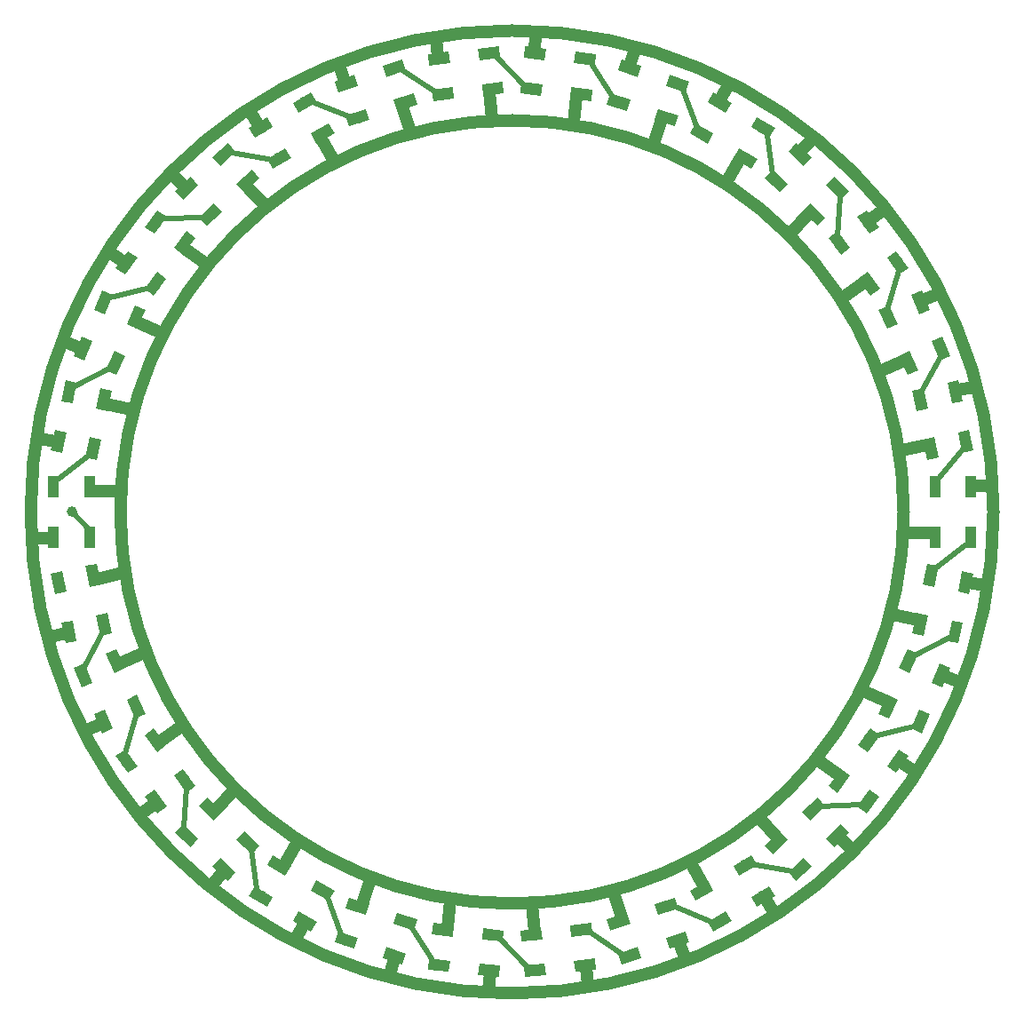
<source format=gbr>
G04 #@! TF.GenerationSoftware,KiCad,Pcbnew,5.0.2-bee76a0~70~ubuntu16.04.1*
G04 #@! TF.CreationDate,2019-03-20T11:46:08+01:00*
G04 #@! TF.ProjectId,ring,72696e67-2e6b-4696-9361-645f70636258,rev?*
G04 #@! TF.SameCoordinates,Original*
G04 #@! TF.FileFunction,Copper,L1,Top*
G04 #@! TF.FilePolarity,Positive*
%FSLAX46Y46*%
G04 Gerber Fmt 4.6, Leading zero omitted, Abs format (unit mm)*
G04 Created by KiCad (PCBNEW 5.0.2-bee76a0~70~ubuntu16.04.1) date Wed 20 Mar 2019 11:46:08 AM CET*
%MOMM*%
%LPD*%
G01*
G04 APERTURE LIST*
%ADD10C,1.200000*%
%ADD11C,0.500000*%
G04 #@! TA.AperFunction,SMDPad,CuDef*
%ADD12C,1.100000*%
G04 #@! TD*
G04 #@! TA.AperFunction,Conductor*
%ADD13C,0.100000*%
G04 #@! TD*
G04 #@! TA.AperFunction,SMDPad,CuDef*
%ADD14R,1.100000X2.000000*%
G04 #@! TD*
G04 #@! TA.AperFunction,ViaPad*
%ADD15C,1.000000*%
G04 #@! TD*
G04 #@! TA.AperFunction,Conductor*
%ADD16C,0.500000*%
G04 #@! TD*
G04 APERTURE END LIST*
D10*
X145025495Y-107014613D02*
X143558274Y-106702745D01*
X142583160Y-116222654D02*
X141212842Y-115612549D01*
X138279736Y-124721686D02*
X137066211Y-123840009D01*
X132303305Y-132140263D02*
X131299609Y-131025546D01*
X124915064Y-138154156D02*
X124165064Y-136855118D01*
X116437915Y-142500529D02*
X115974389Y-141073944D01*
X107242350Y-144989425D02*
X107085557Y-143497642D01*
X97730260Y-145512067D02*
X97887052Y-144020285D01*
X88317368Y-144045614D02*
X88780894Y-142619029D01*
X79415064Y-140654156D02*
X80165064Y-139355118D01*
X71412419Y-135485916D02*
X72416115Y-134371199D01*
X64659190Y-128766771D02*
X65872715Y-127885094D01*
X59450523Y-120790381D02*
X60820841Y-120180276D01*
X56014063Y-111905351D02*
X57481285Y-111593483D01*
X54500000Y-102500000D02*
X56000000Y-102500000D01*
X54974505Y-92985387D02*
X56441726Y-93297255D01*
X57416840Y-83777346D02*
X58787158Y-84387451D01*
X61720264Y-75278314D02*
X62933789Y-76159991D01*
X67696695Y-67859737D02*
X68700391Y-68974454D01*
X75084936Y-61845844D02*
X75834936Y-63144882D01*
X83562085Y-57499471D02*
X84025611Y-58926056D01*
X92757650Y-55010575D02*
X92914443Y-56502358D01*
X102269740Y-54487933D02*
X102112948Y-55979715D01*
X111682632Y-55954386D02*
X111219106Y-57380971D01*
X120584936Y-59345844D02*
X119834936Y-60644882D01*
X128587581Y-64514084D02*
X127583885Y-65628801D01*
X135340810Y-71233229D02*
X134127285Y-72114906D01*
X140549477Y-79209619D02*
X139179159Y-79819724D01*
X143985937Y-88094649D02*
X142518715Y-88406517D01*
D11*
X140238713Y-105485981D02*
X143307817Y-103071317D01*
X138218801Y-113732198D02*
X141722875Y-112008403D01*
X134528544Y-121378252D02*
X138314442Y-120420664D01*
X129329224Y-128089974D02*
X133231485Y-127940444D01*
X122848076Y-133574029D02*
X126696152Y-134239092D01*
X115368358Y-137590738D02*
X118994070Y-139041328D01*
X107216968Y-139964551D02*
X110461855Y-142137271D01*
X98750163Y-140591722D02*
X101472407Y-143391612D01*
X90337981Y-139444840D02*
X92418608Y-142749532D01*
X82348076Y-136574029D02*
X83696152Y-140239092D01*
X75129645Y-132104757D02*
X75686253Y-135970011D01*
X68998167Y-126232354D02*
X68738981Y-130128868D01*
X64221619Y-119213470D02*
X63157965Y-122970948D01*
X61008757Y-111354866D02*
X59187123Y-114809088D01*
X59761287Y-94514019D02*
X56692183Y-96928683D01*
X61781199Y-86267802D02*
X58277125Y-87991597D01*
X65471456Y-78621748D02*
X61685558Y-79579336D01*
X70670776Y-71910026D02*
X66768515Y-72059556D01*
X77151924Y-66425971D02*
X73303848Y-65760908D01*
X84631642Y-62409262D02*
X81005930Y-60958672D01*
X92783032Y-60035449D02*
X89538145Y-57862729D01*
X101249837Y-59408278D02*
X98527593Y-56608388D01*
X109662019Y-60555160D02*
X107581392Y-57250468D01*
X117651924Y-63425971D02*
X116303848Y-59760908D01*
X124870355Y-67895243D02*
X124313747Y-64029989D01*
X131001833Y-73767646D02*
X131261019Y-69871132D01*
X135778381Y-80786530D02*
X136842035Y-77029052D01*
X138991243Y-88645134D02*
X140812877Y-85190912D01*
D10*
X138710081Y-110272763D02*
X136264712Y-109752984D01*
X135728345Y-118096557D02*
X133444481Y-117079715D01*
X131185109Y-125129444D02*
X129162567Y-123659981D01*
X125278935Y-131064054D02*
X123606108Y-129206192D01*
X118267949Y-135641016D02*
X117017949Y-133475953D01*
X110458567Y-138660295D02*
X109686024Y-136282653D01*
X102192095Y-139989933D02*
X101930774Y-137503628D01*
X93829818Y-139571819D02*
X94091139Y-137085514D01*
X85737207Y-137424227D02*
X86509750Y-135046585D01*
X78267949Y-133641016D02*
X79517949Y-131475953D01*
X71748486Y-128387532D02*
X73421313Y-126529670D01*
X66463750Y-121893376D02*
X68486292Y-120423913D01*
X62644708Y-114442375D02*
X64928572Y-113425533D01*
X60458273Y-106360172D02*
X62903642Y-105840393D01*
X60000000Y-98000000D02*
X62500000Y-98000000D01*
X61289919Y-89727237D02*
X63735288Y-90247016D01*
X64271655Y-81903443D02*
X66555519Y-82920285D01*
X68814891Y-74870556D02*
X70837433Y-76340019D01*
X74721065Y-68935946D02*
X76393892Y-70793808D01*
X81732051Y-64358984D02*
X82982051Y-66524047D01*
X89541433Y-61339705D02*
X90313976Y-63717347D01*
X97807905Y-60010067D02*
X98069226Y-62496372D01*
X106170182Y-60428181D02*
X105908861Y-62914486D01*
X114262793Y-62575773D02*
X113490250Y-64953415D01*
X121732051Y-66358984D02*
X120482051Y-68524047D01*
X128251514Y-71612468D02*
X126578687Y-73470330D01*
X133536250Y-78106624D02*
X131513708Y-79576087D01*
X137355292Y-85557625D02*
X135071428Y-86574467D01*
X139541727Y-93639828D02*
X137096358Y-94159607D01*
X145500000Y-97500000D02*
X144000000Y-97500000D01*
X140000000Y-102000000D02*
X137500000Y-102000000D01*
D11*
X140500000Y-97000000D02*
X143000000Y-94000000D01*
D10*
X137336309Y-100000000D02*
G75*
G03X137336309Y-100000000I-37336309J0D01*
G01*
X145891176Y-100000000D02*
G75*
G03X145891176Y-100000000I-45891176J0D01*
G01*
D12*
G04 #@! TO.P,REF\002A\002A,2*
G04 #@! TO.N,N/C*
X139918336Y-106031287D03*
D13*
G04 #@! TD*
G04 #@! TO.N,N/C*
G04 #@! TO.C,REF\002A\002A*
G36*
X140664229Y-105167491D02*
X140248405Y-107123786D01*
X139172443Y-106895083D01*
X139588267Y-104938788D01*
X140664229Y-105167491D01*
X140664229Y-105167491D01*
G37*
D12*
G04 #@! TO.P,REF\002A\002A,1*
G04 #@! TO.N,N/C*
X143244038Y-106738187D03*
D13*
G04 #@! TD*
G04 #@! TO.N,N/C*
G04 #@! TO.C,REF\002A\002A*
G36*
X143989931Y-105874391D02*
X143574107Y-107830686D01*
X142498145Y-107601983D01*
X142913969Y-105645688D01*
X143989931Y-105874391D01*
X143989931Y-105874391D01*
G37*
D12*
G04 #@! TO.P,REF\002A\002A,4*
G04 #@! TO.N,N/C*
X142246062Y-111433295D03*
D13*
G04 #@! TD*
G04 #@! TO.N,N/C*
G04 #@! TO.C,REF\002A\002A*
G36*
X142991955Y-110569499D02*
X142576131Y-112525794D01*
X141500169Y-112297091D01*
X141915993Y-110340796D01*
X142991955Y-110569499D01*
X142991955Y-110569499D01*
G37*
D12*
G04 #@! TO.P,REF\002A\002A,3*
G04 #@! TO.N,N/C*
X138920360Y-110726395D03*
D13*
G04 #@! TD*
G04 #@! TO.N,N/C*
G04 #@! TO.C,REF\002A\002A*
G36*
X139666253Y-109862599D02*
X139250429Y-111818894D01*
X138174467Y-111590191D01*
X138590291Y-109633896D01*
X139666253Y-109862599D01*
X139666253Y-109862599D01*
G37*
D12*
G04 #@! TO.P,REF\002A\002A,2*
G04 #@! TO.N,N/C*
X137792050Y-114198978D03*
D13*
G04 #@! TD*
G04 #@! TO.N,N/C*
G04 #@! TO.C,REF\002A\002A*
G36*
X138701237Y-113509138D02*
X137887763Y-115336229D01*
X136882863Y-114888818D01*
X137696337Y-113061727D01*
X138701237Y-113509138D01*
X138701237Y-113509138D01*
G37*
D12*
G04 #@! TO.P,REF\002A\002A,1*
G04 #@! TO.N,N/C*
X140898104Y-115581882D03*
D13*
G04 #@! TD*
G04 #@! TO.N,N/C*
G04 #@! TO.C,REF\002A\002A*
G36*
X141807291Y-114892042D02*
X140993817Y-116719133D01*
X139988917Y-116271722D01*
X140802391Y-114444631D01*
X141807291Y-114892042D01*
X141807291Y-114892042D01*
G37*
D12*
G04 #@! TO.P,REF\002A\002A,4*
G04 #@! TO.N,N/C*
X138945768Y-119966900D03*
D13*
G04 #@! TD*
G04 #@! TO.N,N/C*
G04 #@! TO.C,REF\002A\002A*
G36*
X139854955Y-119277060D02*
X139041481Y-121104151D01*
X138036581Y-120656740D01*
X138850055Y-118829649D01*
X139854955Y-119277060D01*
X139854955Y-119277060D01*
G37*
D12*
G04 #@! TO.P,REF\002A\002A,3*
G04 #@! TO.N,N/C*
X135839714Y-118583996D03*
D13*
G04 #@! TD*
G04 #@! TO.N,N/C*
G04 #@! TO.C,REF\002A\002A*
G36*
X136748901Y-117894156D02*
X135935427Y-119721247D01*
X134930527Y-119273836D01*
X135744001Y-117446745D01*
X136748901Y-117894156D01*
X136748901Y-117894156D01*
G37*
D12*
G04 #@! TO.P,REF\002A\002A,2*
G04 #@! TO.N,N/C*
X134014070Y-121746105D03*
D13*
G04 #@! TD*
G04 #@! TO.N,N/C*
G04 #@! TO.C,REF\002A\002A*
G36*
X135046815Y-121260370D02*
X133871244Y-122878404D01*
X132981325Y-122231840D01*
X134156896Y-120613806D01*
X135046815Y-121260370D01*
X135046815Y-121260370D01*
G37*
D12*
G04 #@! TO.P,REF\002A\002A,1*
G04 #@! TO.N,N/C*
X136764727Y-123744575D03*
D13*
G04 #@! TD*
G04 #@! TO.N,N/C*
G04 #@! TO.C,REF\002A\002A*
G36*
X137797472Y-123258840D02*
X136621901Y-124876874D01*
X135731982Y-124230310D01*
X136907553Y-122612276D01*
X137797472Y-123258840D01*
X137797472Y-123258840D01*
G37*
D12*
G04 #@! TO.P,REF\002A\002A,4*
G04 #@! TO.N,N/C*
X133943358Y-127627857D03*
D13*
G04 #@! TD*
G04 #@! TO.N,N/C*
G04 #@! TO.C,REF\002A\002A*
G36*
X134976103Y-127142122D02*
X133800532Y-128760156D01*
X132910613Y-128113592D01*
X134086184Y-126495558D01*
X134976103Y-127142122D01*
X134976103Y-127142122D01*
G37*
D12*
G04 #@! TO.P,REF\002A\002A,3*
G04 #@! TO.N,N/C*
X131192701Y-125629387D03*
D13*
G04 #@! TD*
G04 #@! TO.N,N/C*
G04 #@! TO.C,REF\002A\002A*
G36*
X132225446Y-125143652D02*
X131049875Y-126761686D01*
X130159956Y-126115122D01*
X131335527Y-124497088D01*
X132225446Y-125143652D01*
X132225446Y-125143652D01*
G37*
D12*
G04 #@! TO.P,REF\002A\002A,2*
G04 #@! TO.N,N/C*
X128749511Y-128342823D03*
D13*
G04 #@! TD*
G04 #@! TO.N,N/C*
G04 #@! TO.C,REF\002A\002A*
G36*
X129860678Y-128082422D02*
X128374388Y-129420683D01*
X127638344Y-128603224D01*
X129124634Y-127264963D01*
X129860678Y-128082422D01*
X129860678Y-128082422D01*
G37*
D12*
G04 #@! TO.P,REF\002A\002A,1*
G04 #@! TO.N,N/C*
X131024555Y-130869516D03*
D13*
G04 #@! TD*
G04 #@! TO.N,N/C*
G04 #@! TO.C,REF\002A\002A*
G36*
X132135722Y-130609115D02*
X130649432Y-131947376D01*
X129913388Y-131129917D01*
X131399678Y-129791656D01*
X132135722Y-130609115D01*
X132135722Y-130609115D01*
G37*
D12*
G04 #@! TO.P,REF\002A\002A,4*
G04 #@! TO.N,N/C*
X127457459Y-134081343D03*
D13*
G04 #@! TD*
G04 #@! TO.N,N/C*
G04 #@! TO.C,REF\002A\002A*
G36*
X128568626Y-133820942D02*
X127082336Y-135159203D01*
X126346292Y-134341744D01*
X127832582Y-133003483D01*
X128568626Y-133820942D01*
X128568626Y-133820942D01*
G37*
D12*
G04 #@! TO.P,REF\002A\002A,3*
G04 #@! TO.N,N/C*
X125182415Y-131554650D03*
D13*
G04 #@! TD*
G04 #@! TO.N,N/C*
G04 #@! TO.C,REF\002A\002A*
G36*
X126293582Y-131294249D02*
X124807292Y-132632510D01*
X124071248Y-131815051D01*
X125557538Y-130476790D01*
X126293582Y-131294249D01*
X126293582Y-131294249D01*
G37*
D12*
G04 #@! TO.P,REF\002A\002A,2*
G04 #@! TO.N,N/C*
X122228461Y-133700824D03*
D13*
G04 #@! TD*
G04 #@! TO.N,N/C*
G04 #@! TO.C,REF\002A\002A*
G36*
X123369486Y-133677138D02*
X121637436Y-134677138D01*
X121087436Y-133724510D01*
X122819486Y-132724510D01*
X123369486Y-133677138D01*
X123369486Y-133677138D01*
G37*
D12*
G04 #@! TO.P,REF\002A\002A,1*
G04 #@! TO.N,N/C*
X123928461Y-136645310D03*
D13*
G04 #@! TD*
G04 #@! TO.N,N/C*
G04 #@! TO.C,REF\002A\002A*
G36*
X125069486Y-136621624D02*
X123337436Y-137621624D01*
X122787436Y-136668996D01*
X124519486Y-135668996D01*
X125069486Y-136621624D01*
X125069486Y-136621624D01*
G37*
D12*
G04 #@! TO.P,REF\002A\002A,4*
G04 #@! TO.N,N/C*
X119771539Y-139045310D03*
D13*
G04 #@! TD*
G04 #@! TO.N,N/C*
G04 #@! TO.C,REF\002A\002A*
G36*
X120912564Y-139021624D02*
X119180514Y-140021624D01*
X118630514Y-139068996D01*
X120362564Y-138068996D01*
X120912564Y-139021624D01*
X120912564Y-139021624D01*
G37*
D12*
G04 #@! TO.P,REF\002A\002A,3*
G04 #@! TO.N,N/C*
X118071539Y-136100824D03*
D13*
G04 #@! TD*
G04 #@! TO.N,N/C*
G04 #@! TO.C,REF\002A\002A*
G36*
X119212564Y-136077138D02*
X117480514Y-137077138D01*
X116930514Y-136124510D01*
X118662564Y-135124510D01*
X119212564Y-136077138D01*
X119212564Y-136077138D01*
G37*
D12*
G04 #@! TO.P,REF\002A\002A,2*
G04 #@! TO.N,N/C*
X114735921Y-137585937D03*
D13*
G04 #@! TD*
G04 #@! TO.N,N/C*
G04 #@! TO.C,REF\002A\002A*
G36*
X115856937Y-137800001D02*
X113954824Y-138418035D01*
X113614905Y-137371873D01*
X115517018Y-136753839D01*
X115856937Y-137800001D01*
X115856937Y-137800001D01*
G37*
D12*
G04 #@! TO.P,REF\002A\002A,1*
G04 #@! TO.N,N/C*
X115786579Y-140819529D03*
D13*
G04 #@! TD*
G04 #@! TO.N,N/C*
G04 #@! TO.C,REF\002A\002A*
G36*
X116907595Y-141033593D02*
X115005482Y-141651627D01*
X114665563Y-140605465D01*
X116567676Y-139987431D01*
X116907595Y-141033593D01*
X116907595Y-141033593D01*
G37*
D12*
G04 #@! TO.P,REF\002A\002A,4*
G04 #@! TO.N,N/C*
X111221507Y-142302811D03*
D13*
G04 #@! TD*
G04 #@! TO.N,N/C*
G04 #@! TO.C,REF\002A\002A*
G36*
X112342523Y-142516875D02*
X110440410Y-143134909D01*
X110100491Y-142088747D01*
X112002604Y-141470713D01*
X112342523Y-142516875D01*
X112342523Y-142516875D01*
G37*
D12*
G04 #@! TO.P,REF\002A\002A,3*
G04 #@! TO.N,N/C*
X110170849Y-139069219D03*
D13*
G04 #@! TD*
G04 #@! TO.N,N/C*
G04 #@! TO.C,REF\002A\002A*
G36*
X111291865Y-139283283D02*
X109389752Y-139901317D01*
X109049833Y-138855155D01*
X110951946Y-138237121D01*
X111291865Y-139283283D01*
X111291865Y-139283283D01*
G37*
D12*
G04 #@! TO.P,REF\002A\002A,2*
G04 #@! TO.N,N/C*
X106599349Y-139828364D03*
D13*
G04 #@! TD*
G04 #@! TO.N,N/C*
G04 #@! TO.C,REF\002A\002A*
G36*
X107651362Y-140270823D02*
X105662318Y-140479880D01*
X105547336Y-139385905D01*
X107536380Y-139176848D01*
X107651362Y-140270823D01*
X107651362Y-140270823D01*
G37*
D12*
G04 #@! TO.P,REF\002A\002A,1*
G04 #@! TO.N,N/C*
X106954746Y-143209739D03*
D13*
G04 #@! TD*
G04 #@! TO.N,N/C*
G04 #@! TO.C,REF\002A\002A*
G36*
X108006759Y-143652198D02*
X106017715Y-143861255D01*
X105902733Y-142767280D01*
X107891777Y-142558223D01*
X108006759Y-143652198D01*
X108006759Y-143652198D01*
G37*
D12*
G04 #@! TO.P,REF\002A\002A,4*
G04 #@! TO.N,N/C*
X102181041Y-143711476D03*
D13*
G04 #@! TD*
G04 #@! TO.N,N/C*
G04 #@! TO.C,REF\002A\002A*
G36*
X103233054Y-144153935D02*
X101244010Y-144362992D01*
X101129028Y-143269017D01*
X103118072Y-143059960D01*
X103233054Y-144153935D01*
X103233054Y-144153935D01*
G37*
D12*
G04 #@! TO.P,REF\002A\002A,3*
G04 #@! TO.N,N/C*
X101825644Y-140330101D03*
D13*
G04 #@! TD*
G04 #@! TO.N,N/C*
G04 #@! TO.C,REF\002A\002A*
G36*
X102877657Y-140772560D02*
X100888613Y-140981617D01*
X100773631Y-139887642D01*
X102762675Y-139678585D01*
X102877657Y-140772560D01*
X102877657Y-140772560D01*
G37*
D12*
G04 #@! TO.P,REF\002A\002A,2*
G04 #@! TO.N,N/C*
X98174356Y-140330101D03*
D13*
G04 #@! TD*
G04 #@! TO.N,N/C*
G04 #@! TO.C,REF\002A\002A*
G36*
X99111387Y-140981617D02*
X97122343Y-140772560D01*
X97237325Y-139678585D01*
X99226369Y-139887642D01*
X99111387Y-140981617D01*
X99111387Y-140981617D01*
G37*
D12*
G04 #@! TO.P,REF\002A\002A,1*
G04 #@! TO.N,N/C*
X97818959Y-143711476D03*
D13*
G04 #@! TD*
G04 #@! TO.N,N/C*
G04 #@! TO.C,REF\002A\002A*
G36*
X98755990Y-144362992D02*
X96766946Y-144153935D01*
X96881928Y-143059960D01*
X98870972Y-143269017D01*
X98755990Y-144362992D01*
X98755990Y-144362992D01*
G37*
D12*
G04 #@! TO.P,REF\002A\002A,4*
G04 #@! TO.N,N/C*
X93045254Y-143209739D03*
D13*
G04 #@! TD*
G04 #@! TO.N,N/C*
G04 #@! TO.C,REF\002A\002A*
G36*
X93982285Y-143861255D02*
X91993241Y-143652198D01*
X92108223Y-142558223D01*
X94097267Y-142767280D01*
X93982285Y-143861255D01*
X93982285Y-143861255D01*
G37*
D12*
G04 #@! TO.P,REF\002A\002A,3*
G04 #@! TO.N,N/C*
X93400651Y-139828364D03*
D13*
G04 #@! TD*
G04 #@! TO.N,N/C*
G04 #@! TO.C,REF\002A\002A*
G36*
X94337682Y-140479880D02*
X92348638Y-140270823D01*
X92463620Y-139176848D01*
X94452664Y-139385905D01*
X94337682Y-140479880D01*
X94337682Y-140479880D01*
G37*
D12*
G04 #@! TO.P,REF\002A\002A,2*
G04 #@! TO.N,N/C*
X89829151Y-139069219D03*
D13*
G04 #@! TD*
G04 #@! TO.N,N/C*
G04 #@! TO.C,REF\002A\002A*
G36*
X90610248Y-139901317D02*
X88708135Y-139283283D01*
X89048054Y-138237121D01*
X90950167Y-138855155D01*
X90610248Y-139901317D01*
X90610248Y-139901317D01*
G37*
D12*
G04 #@! TO.P,REF\002A\002A,1*
G04 #@! TO.N,N/C*
X88778493Y-142302811D03*
D13*
G04 #@! TD*
G04 #@! TO.N,N/C*
G04 #@! TO.C,REF\002A\002A*
G36*
X89559590Y-143134909D02*
X87657477Y-142516875D01*
X87997396Y-141470713D01*
X89899509Y-142088747D01*
X89559590Y-143134909D01*
X89559590Y-143134909D01*
G37*
D12*
G04 #@! TO.P,REF\002A\002A,4*
G04 #@! TO.N,N/C*
X84213421Y-140819529D03*
D13*
G04 #@! TD*
G04 #@! TO.N,N/C*
G04 #@! TO.C,REF\002A\002A*
G36*
X84994518Y-141651627D02*
X83092405Y-141033593D01*
X83432324Y-139987431D01*
X85334437Y-140605465D01*
X84994518Y-141651627D01*
X84994518Y-141651627D01*
G37*
D12*
G04 #@! TO.P,REF\002A\002A,3*
G04 #@! TO.N,N/C*
X85264079Y-137585937D03*
D13*
G04 #@! TD*
G04 #@! TO.N,N/C*
G04 #@! TO.C,REF\002A\002A*
G36*
X86045176Y-138418035D02*
X84143063Y-137800001D01*
X84482982Y-136753839D01*
X86385095Y-137371873D01*
X86045176Y-138418035D01*
X86045176Y-138418035D01*
G37*
D12*
G04 #@! TO.P,REF\002A\002A,2*
G04 #@! TO.N,N/C*
X81928461Y-136100824D03*
D13*
G04 #@! TD*
G04 #@! TO.N,N/C*
G04 #@! TO.C,REF\002A\002A*
G36*
X82519486Y-137077138D02*
X80787436Y-136077138D01*
X81337436Y-135124510D01*
X83069486Y-136124510D01*
X82519486Y-137077138D01*
X82519486Y-137077138D01*
G37*
D12*
G04 #@! TO.P,REF\002A\002A,1*
G04 #@! TO.N,N/C*
X80228461Y-139045310D03*
D13*
G04 #@! TD*
G04 #@! TO.N,N/C*
G04 #@! TO.C,REF\002A\002A*
G36*
X80819486Y-140021624D02*
X79087436Y-139021624D01*
X79637436Y-138068996D01*
X81369486Y-139068996D01*
X80819486Y-140021624D01*
X80819486Y-140021624D01*
G37*
D12*
G04 #@! TO.P,REF\002A\002A,4*
G04 #@! TO.N,N/C*
X76071539Y-136645310D03*
D13*
G04 #@! TD*
G04 #@! TO.N,N/C*
G04 #@! TO.C,REF\002A\002A*
G36*
X76662564Y-137621624D02*
X74930514Y-136621624D01*
X75480514Y-135668996D01*
X77212564Y-136668996D01*
X76662564Y-137621624D01*
X76662564Y-137621624D01*
G37*
D12*
G04 #@! TO.P,REF\002A\002A,3*
G04 #@! TO.N,N/C*
X77771539Y-133700824D03*
D13*
G04 #@! TD*
G04 #@! TO.N,N/C*
G04 #@! TO.C,REF\002A\002A*
G36*
X78362564Y-134677138D02*
X76630514Y-133677138D01*
X77180514Y-132724510D01*
X78912564Y-133724510D01*
X78362564Y-134677138D01*
X78362564Y-134677138D01*
G37*
D12*
G04 #@! TO.P,REF\002A\002A,2*
G04 #@! TO.N,N/C*
X74817585Y-131554650D03*
D13*
G04 #@! TD*
G04 #@! TO.N,N/C*
G04 #@! TO.C,REF\002A\002A*
G36*
X75192708Y-132632510D02*
X73706418Y-131294249D01*
X74442462Y-130476790D01*
X75928752Y-131815051D01*
X75192708Y-132632510D01*
X75192708Y-132632510D01*
G37*
D12*
G04 #@! TO.P,REF\002A\002A,1*
G04 #@! TO.N,N/C*
X72542541Y-134081343D03*
D13*
G04 #@! TD*
G04 #@! TO.N,N/C*
G04 #@! TO.C,REF\002A\002A*
G36*
X72917664Y-135159203D02*
X71431374Y-133820942D01*
X72167418Y-133003483D01*
X73653708Y-134341744D01*
X72917664Y-135159203D01*
X72917664Y-135159203D01*
G37*
D12*
G04 #@! TO.P,REF\002A\002A,4*
G04 #@! TO.N,N/C*
X68975445Y-130869516D03*
D13*
G04 #@! TD*
G04 #@! TO.N,N/C*
G04 #@! TO.C,REF\002A\002A*
G36*
X69350568Y-131947376D02*
X67864278Y-130609115D01*
X68600322Y-129791656D01*
X70086612Y-131129917D01*
X69350568Y-131947376D01*
X69350568Y-131947376D01*
G37*
D12*
G04 #@! TO.P,REF\002A\002A,3*
G04 #@! TO.N,N/C*
X71250489Y-128342823D03*
D13*
G04 #@! TD*
G04 #@! TO.N,N/C*
G04 #@! TO.C,REF\002A\002A*
G36*
X71625612Y-129420683D02*
X70139322Y-128082422D01*
X70875366Y-127264963D01*
X72361656Y-128603224D01*
X71625612Y-129420683D01*
X71625612Y-129420683D01*
G37*
D12*
G04 #@! TO.P,REF\002A\002A,2*
G04 #@! TO.N,N/C*
X68807299Y-125629387D03*
D13*
G04 #@! TD*
G04 #@! TO.N,N/C*
G04 #@! TO.C,REF\002A\002A*
G36*
X68950125Y-126761686D02*
X67774554Y-125143652D01*
X68664473Y-124497088D01*
X69840044Y-126115122D01*
X68950125Y-126761686D01*
X68950125Y-126761686D01*
G37*
D12*
G04 #@! TO.P,REF\002A\002A,1*
G04 #@! TO.N,N/C*
X66056642Y-127627857D03*
D13*
G04 #@! TD*
G04 #@! TO.N,N/C*
G04 #@! TO.C,REF\002A\002A*
G36*
X66199468Y-128760156D02*
X65023897Y-127142122D01*
X65913816Y-126495558D01*
X67089387Y-128113592D01*
X66199468Y-128760156D01*
X66199468Y-128760156D01*
G37*
D12*
G04 #@! TO.P,REF\002A\002A,4*
G04 #@! TO.N,N/C*
X63235273Y-123744575D03*
D13*
G04 #@! TD*
G04 #@! TO.N,N/C*
G04 #@! TO.C,REF\002A\002A*
G36*
X63378099Y-124876874D02*
X62202528Y-123258840D01*
X63092447Y-122612276D01*
X64268018Y-124230310D01*
X63378099Y-124876874D01*
X63378099Y-124876874D01*
G37*
D12*
G04 #@! TO.P,REF\002A\002A,3*
G04 #@! TO.N,N/C*
X65985930Y-121746105D03*
D13*
G04 #@! TD*
G04 #@! TO.N,N/C*
G04 #@! TO.C,REF\002A\002A*
G36*
X66128756Y-122878404D02*
X64953185Y-121260370D01*
X65843104Y-120613806D01*
X67018675Y-122231840D01*
X66128756Y-122878404D01*
X66128756Y-122878404D01*
G37*
D12*
G04 #@! TO.P,REF\002A\002A,2*
G04 #@! TO.N,N/C*
X64160286Y-118583996D03*
D13*
G04 #@! TD*
G04 #@! TO.N,N/C*
G04 #@! TO.C,REF\002A\002A*
G36*
X64064573Y-119721247D02*
X63251099Y-117894156D01*
X64255999Y-117446745D01*
X65069473Y-119273836D01*
X64064573Y-119721247D01*
X64064573Y-119721247D01*
G37*
D12*
G04 #@! TO.P,REF\002A\002A,1*
G04 #@! TO.N,N/C*
X61054232Y-119966900D03*
D13*
G04 #@! TD*
G04 #@! TO.N,N/C*
G04 #@! TO.C,REF\002A\002A*
G36*
X60958519Y-121104151D02*
X60145045Y-119277060D01*
X61149945Y-118829649D01*
X61963419Y-120656740D01*
X60958519Y-121104151D01*
X60958519Y-121104151D01*
G37*
D12*
G04 #@! TO.P,REF\002A\002A,4*
G04 #@! TO.N,N/C*
X59101896Y-115581882D03*
D13*
G04 #@! TD*
G04 #@! TO.N,N/C*
G04 #@! TO.C,REF\002A\002A*
G36*
X59006183Y-116719133D02*
X58192709Y-114892042D01*
X59197609Y-114444631D01*
X60011083Y-116271722D01*
X59006183Y-116719133D01*
X59006183Y-116719133D01*
G37*
D12*
G04 #@! TO.P,REF\002A\002A,3*
G04 #@! TO.N,N/C*
X62207950Y-114198978D03*
D13*
G04 #@! TD*
G04 #@! TO.N,N/C*
G04 #@! TO.C,REF\002A\002A*
G36*
X62112237Y-115336229D02*
X61298763Y-113509138D01*
X62303663Y-113061727D01*
X63117137Y-114888818D01*
X62112237Y-115336229D01*
X62112237Y-115336229D01*
G37*
D12*
G04 #@! TO.P,REF\002A\002A,2*
G04 #@! TO.N,N/C*
X61079640Y-110726395D03*
D13*
G04 #@! TD*
G04 #@! TO.N,N/C*
G04 #@! TO.C,REF\002A\002A*
G36*
X60749571Y-111818894D02*
X60333747Y-109862599D01*
X61409709Y-109633896D01*
X61825533Y-111590191D01*
X60749571Y-111818894D01*
X60749571Y-111818894D01*
G37*
D12*
G04 #@! TO.P,REF\002A\002A,1*
G04 #@! TO.N,N/C*
X57753938Y-111433295D03*
D13*
G04 #@! TD*
G04 #@! TO.N,N/C*
G04 #@! TO.C,REF\002A\002A*
G36*
X57423869Y-112525794D02*
X57008045Y-110569499D01*
X58084007Y-110340796D01*
X58499831Y-112297091D01*
X57423869Y-112525794D01*
X57423869Y-112525794D01*
G37*
D12*
G04 #@! TO.P,REF\002A\002A,4*
G04 #@! TO.N,N/C*
X56755962Y-106738187D03*
D13*
G04 #@! TD*
G04 #@! TO.N,N/C*
G04 #@! TO.C,REF\002A\002A*
G36*
X56425893Y-107830686D02*
X56010069Y-105874391D01*
X57086031Y-105645688D01*
X57501855Y-107601983D01*
X56425893Y-107830686D01*
X56425893Y-107830686D01*
G37*
D12*
G04 #@! TO.P,REF\002A\002A,3*
G04 #@! TO.N,N/C*
X60081664Y-106031287D03*
D13*
G04 #@! TD*
G04 #@! TO.N,N/C*
G04 #@! TO.C,REF\002A\002A*
G36*
X59751595Y-107123786D02*
X59335771Y-105167491D01*
X60411733Y-104938788D01*
X60827557Y-106895083D01*
X59751595Y-107123786D01*
X59751595Y-107123786D01*
G37*
D14*
G04 #@! TO.P,REF\002A\002A,2*
G04 #@! TO.N,N/C*
X59700000Y-102400000D03*
G04 #@! TO.P,REF\002A\002A,1*
X56300000Y-102400000D03*
G04 #@! TO.P,REF\002A\002A,4*
X56300000Y-97600000D03*
G04 #@! TO.P,REF\002A\002A,3*
X59700000Y-97600000D03*
G04 #@! TD*
D12*
G04 #@! TO.P,REF\002A\002A,2*
G04 #@! TO.N,N/C*
X60081664Y-93968713D03*
D13*
G04 #@! TD*
G04 #@! TO.N,N/C*
G04 #@! TO.C,REF\002A\002A*
G36*
X59335771Y-94832509D02*
X59751595Y-92876214D01*
X60827557Y-93104917D01*
X60411733Y-95061212D01*
X59335771Y-94832509D01*
X59335771Y-94832509D01*
G37*
D12*
G04 #@! TO.P,REF\002A\002A,1*
G04 #@! TO.N,N/C*
X56755962Y-93261813D03*
D13*
G04 #@! TD*
G04 #@! TO.N,N/C*
G04 #@! TO.C,REF\002A\002A*
G36*
X56010069Y-94125609D02*
X56425893Y-92169314D01*
X57501855Y-92398017D01*
X57086031Y-94354312D01*
X56010069Y-94125609D01*
X56010069Y-94125609D01*
G37*
D12*
G04 #@! TO.P,REF\002A\002A,4*
G04 #@! TO.N,N/C*
X57753938Y-88566705D03*
D13*
G04 #@! TD*
G04 #@! TO.N,N/C*
G04 #@! TO.C,REF\002A\002A*
G36*
X57008045Y-89430501D02*
X57423869Y-87474206D01*
X58499831Y-87702909D01*
X58084007Y-89659204D01*
X57008045Y-89430501D01*
X57008045Y-89430501D01*
G37*
D12*
G04 #@! TO.P,REF\002A\002A,3*
G04 #@! TO.N,N/C*
X61079640Y-89273605D03*
D13*
G04 #@! TD*
G04 #@! TO.N,N/C*
G04 #@! TO.C,REF\002A\002A*
G36*
X60333747Y-90137401D02*
X60749571Y-88181106D01*
X61825533Y-88409809D01*
X61409709Y-90366104D01*
X60333747Y-90137401D01*
X60333747Y-90137401D01*
G37*
D12*
G04 #@! TO.P,REF\002A\002A,2*
G04 #@! TO.N,N/C*
X62207950Y-85801022D03*
D13*
G04 #@! TD*
G04 #@! TO.N,N/C*
G04 #@! TO.C,REF\002A\002A*
G36*
X61298763Y-86490862D02*
X62112237Y-84663771D01*
X63117137Y-85111182D01*
X62303663Y-86938273D01*
X61298763Y-86490862D01*
X61298763Y-86490862D01*
G37*
D12*
G04 #@! TO.P,REF\002A\002A,1*
G04 #@! TO.N,N/C*
X59101896Y-84418118D03*
D13*
G04 #@! TD*
G04 #@! TO.N,N/C*
G04 #@! TO.C,REF\002A\002A*
G36*
X58192709Y-85107958D02*
X59006183Y-83280867D01*
X60011083Y-83728278D01*
X59197609Y-85555369D01*
X58192709Y-85107958D01*
X58192709Y-85107958D01*
G37*
D12*
G04 #@! TO.P,REF\002A\002A,4*
G04 #@! TO.N,N/C*
X61054232Y-80033100D03*
D13*
G04 #@! TD*
G04 #@! TO.N,N/C*
G04 #@! TO.C,REF\002A\002A*
G36*
X60145045Y-80722940D02*
X60958519Y-78895849D01*
X61963419Y-79343260D01*
X61149945Y-81170351D01*
X60145045Y-80722940D01*
X60145045Y-80722940D01*
G37*
D12*
G04 #@! TO.P,REF\002A\002A,3*
G04 #@! TO.N,N/C*
X64160286Y-81416004D03*
D13*
G04 #@! TD*
G04 #@! TO.N,N/C*
G04 #@! TO.C,REF\002A\002A*
G36*
X63251099Y-82105844D02*
X64064573Y-80278753D01*
X65069473Y-80726164D01*
X64255999Y-82553255D01*
X63251099Y-82105844D01*
X63251099Y-82105844D01*
G37*
D12*
G04 #@! TO.P,REF\002A\002A,2*
G04 #@! TO.N,N/C*
X65985930Y-78253895D03*
D13*
G04 #@! TD*
G04 #@! TO.N,N/C*
G04 #@! TO.C,REF\002A\002A*
G36*
X64953185Y-78739630D02*
X66128756Y-77121596D01*
X67018675Y-77768160D01*
X65843104Y-79386194D01*
X64953185Y-78739630D01*
X64953185Y-78739630D01*
G37*
D12*
G04 #@! TO.P,REF\002A\002A,1*
G04 #@! TO.N,N/C*
X63235273Y-76255425D03*
D13*
G04 #@! TD*
G04 #@! TO.N,N/C*
G04 #@! TO.C,REF\002A\002A*
G36*
X62202528Y-76741160D02*
X63378099Y-75123126D01*
X64268018Y-75769690D01*
X63092447Y-77387724D01*
X62202528Y-76741160D01*
X62202528Y-76741160D01*
G37*
D12*
G04 #@! TO.P,REF\002A\002A,4*
G04 #@! TO.N,N/C*
X66056642Y-72372143D03*
D13*
G04 #@! TD*
G04 #@! TO.N,N/C*
G04 #@! TO.C,REF\002A\002A*
G36*
X65023897Y-72857878D02*
X66199468Y-71239844D01*
X67089387Y-71886408D01*
X65913816Y-73504442D01*
X65023897Y-72857878D01*
X65023897Y-72857878D01*
G37*
D12*
G04 #@! TO.P,REF\002A\002A,3*
G04 #@! TO.N,N/C*
X68807299Y-74370613D03*
D13*
G04 #@! TD*
G04 #@! TO.N,N/C*
G04 #@! TO.C,REF\002A\002A*
G36*
X67774554Y-74856348D02*
X68950125Y-73238314D01*
X69840044Y-73884878D01*
X68664473Y-75502912D01*
X67774554Y-74856348D01*
X67774554Y-74856348D01*
G37*
D12*
G04 #@! TO.P,REF\002A\002A,2*
G04 #@! TO.N,N/C*
X71250489Y-71657177D03*
D13*
G04 #@! TD*
G04 #@! TO.N,N/C*
G04 #@! TO.C,REF\002A\002A*
G36*
X70139322Y-71917578D02*
X71625612Y-70579317D01*
X72361656Y-71396776D01*
X70875366Y-72735037D01*
X70139322Y-71917578D01*
X70139322Y-71917578D01*
G37*
D12*
G04 #@! TO.P,REF\002A\002A,1*
G04 #@! TO.N,N/C*
X68975445Y-69130484D03*
D13*
G04 #@! TD*
G04 #@! TO.N,N/C*
G04 #@! TO.C,REF\002A\002A*
G36*
X67864278Y-69390885D02*
X69350568Y-68052624D01*
X70086612Y-68870083D01*
X68600322Y-70208344D01*
X67864278Y-69390885D01*
X67864278Y-69390885D01*
G37*
D12*
G04 #@! TO.P,REF\002A\002A,4*
G04 #@! TO.N,N/C*
X72542541Y-65918657D03*
D13*
G04 #@! TD*
G04 #@! TO.N,N/C*
G04 #@! TO.C,REF\002A\002A*
G36*
X71431374Y-66179058D02*
X72917664Y-64840797D01*
X73653708Y-65658256D01*
X72167418Y-66996517D01*
X71431374Y-66179058D01*
X71431374Y-66179058D01*
G37*
D12*
G04 #@! TO.P,REF\002A\002A,3*
G04 #@! TO.N,N/C*
X74817585Y-68445350D03*
D13*
G04 #@! TD*
G04 #@! TO.N,N/C*
G04 #@! TO.C,REF\002A\002A*
G36*
X73706418Y-68705751D02*
X75192708Y-67367490D01*
X75928752Y-68184949D01*
X74442462Y-69523210D01*
X73706418Y-68705751D01*
X73706418Y-68705751D01*
G37*
D12*
G04 #@! TO.P,REF\002A\002A,2*
G04 #@! TO.N,N/C*
X77771539Y-66299176D03*
D13*
G04 #@! TD*
G04 #@! TO.N,N/C*
G04 #@! TO.C,REF\002A\002A*
G36*
X76630514Y-66322862D02*
X78362564Y-65322862D01*
X78912564Y-66275490D01*
X77180514Y-67275490D01*
X76630514Y-66322862D01*
X76630514Y-66322862D01*
G37*
D12*
G04 #@! TO.P,REF\002A\002A,1*
G04 #@! TO.N,N/C*
X76071539Y-63354690D03*
D13*
G04 #@! TD*
G04 #@! TO.N,N/C*
G04 #@! TO.C,REF\002A\002A*
G36*
X74930514Y-63378376D02*
X76662564Y-62378376D01*
X77212564Y-63331004D01*
X75480514Y-64331004D01*
X74930514Y-63378376D01*
X74930514Y-63378376D01*
G37*
D12*
G04 #@! TO.P,REF\002A\002A,4*
G04 #@! TO.N,N/C*
X80228461Y-60954690D03*
D13*
G04 #@! TD*
G04 #@! TO.N,N/C*
G04 #@! TO.C,REF\002A\002A*
G36*
X79087436Y-60978376D02*
X80819486Y-59978376D01*
X81369486Y-60931004D01*
X79637436Y-61931004D01*
X79087436Y-60978376D01*
X79087436Y-60978376D01*
G37*
D12*
G04 #@! TO.P,REF\002A\002A,3*
G04 #@! TO.N,N/C*
X81928461Y-63899176D03*
D13*
G04 #@! TD*
G04 #@! TO.N,N/C*
G04 #@! TO.C,REF\002A\002A*
G36*
X80787436Y-63922862D02*
X82519486Y-62922862D01*
X83069486Y-63875490D01*
X81337436Y-64875490D01*
X80787436Y-63922862D01*
X80787436Y-63922862D01*
G37*
D12*
G04 #@! TO.P,REF\002A\002A,2*
G04 #@! TO.N,N/C*
X85264079Y-62414063D03*
D13*
G04 #@! TD*
G04 #@! TO.N,N/C*
G04 #@! TO.C,REF\002A\002A*
G36*
X84143063Y-62199999D02*
X86045176Y-61581965D01*
X86385095Y-62628127D01*
X84482982Y-63246161D01*
X84143063Y-62199999D01*
X84143063Y-62199999D01*
G37*
D12*
G04 #@! TO.P,REF\002A\002A,1*
G04 #@! TO.N,N/C*
X84213421Y-59180471D03*
D13*
G04 #@! TD*
G04 #@! TO.N,N/C*
G04 #@! TO.C,REF\002A\002A*
G36*
X83092405Y-58966407D02*
X84994518Y-58348373D01*
X85334437Y-59394535D01*
X83432324Y-60012569D01*
X83092405Y-58966407D01*
X83092405Y-58966407D01*
G37*
D12*
G04 #@! TO.P,REF\002A\002A,4*
G04 #@! TO.N,N/C*
X88778493Y-57697189D03*
D13*
G04 #@! TD*
G04 #@! TO.N,N/C*
G04 #@! TO.C,REF\002A\002A*
G36*
X87657477Y-57483125D02*
X89559590Y-56865091D01*
X89899509Y-57911253D01*
X87997396Y-58529287D01*
X87657477Y-57483125D01*
X87657477Y-57483125D01*
G37*
D12*
G04 #@! TO.P,REF\002A\002A,3*
G04 #@! TO.N,N/C*
X89829151Y-60930781D03*
D13*
G04 #@! TD*
G04 #@! TO.N,N/C*
G04 #@! TO.C,REF\002A\002A*
G36*
X88708135Y-60716717D02*
X90610248Y-60098683D01*
X90950167Y-61144845D01*
X89048054Y-61762879D01*
X88708135Y-60716717D01*
X88708135Y-60716717D01*
G37*
D12*
G04 #@! TO.P,REF\002A\002A,2*
G04 #@! TO.N,N/C*
X93400651Y-60171636D03*
D13*
G04 #@! TD*
G04 #@! TO.N,N/C*
G04 #@! TO.C,REF\002A\002A*
G36*
X92348638Y-59729177D02*
X94337682Y-59520120D01*
X94452664Y-60614095D01*
X92463620Y-60823152D01*
X92348638Y-59729177D01*
X92348638Y-59729177D01*
G37*
D12*
G04 #@! TO.P,REF\002A\002A,1*
G04 #@! TO.N,N/C*
X93045254Y-56790261D03*
D13*
G04 #@! TD*
G04 #@! TO.N,N/C*
G04 #@! TO.C,REF\002A\002A*
G36*
X91993241Y-56347802D02*
X93982285Y-56138745D01*
X94097267Y-57232720D01*
X92108223Y-57441777D01*
X91993241Y-56347802D01*
X91993241Y-56347802D01*
G37*
D12*
G04 #@! TO.P,REF\002A\002A,4*
G04 #@! TO.N,N/C*
X97818959Y-56288524D03*
D13*
G04 #@! TD*
G04 #@! TO.N,N/C*
G04 #@! TO.C,REF\002A\002A*
G36*
X96766946Y-55846065D02*
X98755990Y-55637008D01*
X98870972Y-56730983D01*
X96881928Y-56940040D01*
X96766946Y-55846065D01*
X96766946Y-55846065D01*
G37*
D12*
G04 #@! TO.P,REF\002A\002A,3*
G04 #@! TO.N,N/C*
X98174356Y-59669899D03*
D13*
G04 #@! TD*
G04 #@! TO.N,N/C*
G04 #@! TO.C,REF\002A\002A*
G36*
X97122343Y-59227440D02*
X99111387Y-59018383D01*
X99226369Y-60112358D01*
X97237325Y-60321415D01*
X97122343Y-59227440D01*
X97122343Y-59227440D01*
G37*
D12*
G04 #@! TO.P,REF\002A\002A,2*
G04 #@! TO.N,N/C*
X101825644Y-59669899D03*
D13*
G04 #@! TD*
G04 #@! TO.N,N/C*
G04 #@! TO.C,REF\002A\002A*
G36*
X100888613Y-59018383D02*
X102877657Y-59227440D01*
X102762675Y-60321415D01*
X100773631Y-60112358D01*
X100888613Y-59018383D01*
X100888613Y-59018383D01*
G37*
D12*
G04 #@! TO.P,REF\002A\002A,1*
G04 #@! TO.N,N/C*
X102181041Y-56288524D03*
D13*
G04 #@! TD*
G04 #@! TO.N,N/C*
G04 #@! TO.C,REF\002A\002A*
G36*
X101244010Y-55637008D02*
X103233054Y-55846065D01*
X103118072Y-56940040D01*
X101129028Y-56730983D01*
X101244010Y-55637008D01*
X101244010Y-55637008D01*
G37*
D12*
G04 #@! TO.P,REF\002A\002A,4*
G04 #@! TO.N,N/C*
X106954746Y-56790261D03*
D13*
G04 #@! TD*
G04 #@! TO.N,N/C*
G04 #@! TO.C,REF\002A\002A*
G36*
X106017715Y-56138745D02*
X108006759Y-56347802D01*
X107891777Y-57441777D01*
X105902733Y-57232720D01*
X106017715Y-56138745D01*
X106017715Y-56138745D01*
G37*
D12*
G04 #@! TO.P,REF\002A\002A,3*
G04 #@! TO.N,N/C*
X106599349Y-60171636D03*
D13*
G04 #@! TD*
G04 #@! TO.N,N/C*
G04 #@! TO.C,REF\002A\002A*
G36*
X105662318Y-59520120D02*
X107651362Y-59729177D01*
X107536380Y-60823152D01*
X105547336Y-60614095D01*
X105662318Y-59520120D01*
X105662318Y-59520120D01*
G37*
D12*
G04 #@! TO.P,REF\002A\002A,2*
G04 #@! TO.N,N/C*
X110170849Y-60930781D03*
D13*
G04 #@! TD*
G04 #@! TO.N,N/C*
G04 #@! TO.C,REF\002A\002A*
G36*
X109389752Y-60098683D02*
X111291865Y-60716717D01*
X110951946Y-61762879D01*
X109049833Y-61144845D01*
X109389752Y-60098683D01*
X109389752Y-60098683D01*
G37*
D12*
G04 #@! TO.P,REF\002A\002A,1*
G04 #@! TO.N,N/C*
X111221507Y-57697189D03*
D13*
G04 #@! TD*
G04 #@! TO.N,N/C*
G04 #@! TO.C,REF\002A\002A*
G36*
X110440410Y-56865091D02*
X112342523Y-57483125D01*
X112002604Y-58529287D01*
X110100491Y-57911253D01*
X110440410Y-56865091D01*
X110440410Y-56865091D01*
G37*
D12*
G04 #@! TO.P,REF\002A\002A,4*
G04 #@! TO.N,N/C*
X115786579Y-59180471D03*
D13*
G04 #@! TD*
G04 #@! TO.N,N/C*
G04 #@! TO.C,REF\002A\002A*
G36*
X115005482Y-58348373D02*
X116907595Y-58966407D01*
X116567676Y-60012569D01*
X114665563Y-59394535D01*
X115005482Y-58348373D01*
X115005482Y-58348373D01*
G37*
D12*
G04 #@! TO.P,REF\002A\002A,3*
G04 #@! TO.N,N/C*
X114735921Y-62414063D03*
D13*
G04 #@! TD*
G04 #@! TO.N,N/C*
G04 #@! TO.C,REF\002A\002A*
G36*
X113954824Y-61581965D02*
X115856937Y-62199999D01*
X115517018Y-63246161D01*
X113614905Y-62628127D01*
X113954824Y-61581965D01*
X113954824Y-61581965D01*
G37*
D12*
G04 #@! TO.P,REF\002A\002A,2*
G04 #@! TO.N,N/C*
X118071539Y-63899176D03*
D13*
G04 #@! TD*
G04 #@! TO.N,N/C*
G04 #@! TO.C,REF\002A\002A*
G36*
X117480514Y-62922862D02*
X119212564Y-63922862D01*
X118662564Y-64875490D01*
X116930514Y-63875490D01*
X117480514Y-62922862D01*
X117480514Y-62922862D01*
G37*
D12*
G04 #@! TO.P,REF\002A\002A,1*
G04 #@! TO.N,N/C*
X119771539Y-60954690D03*
D13*
G04 #@! TD*
G04 #@! TO.N,N/C*
G04 #@! TO.C,REF\002A\002A*
G36*
X119180514Y-59978376D02*
X120912564Y-60978376D01*
X120362564Y-61931004D01*
X118630514Y-60931004D01*
X119180514Y-59978376D01*
X119180514Y-59978376D01*
G37*
D12*
G04 #@! TO.P,REF\002A\002A,4*
G04 #@! TO.N,N/C*
X123928461Y-63354690D03*
D13*
G04 #@! TD*
G04 #@! TO.N,N/C*
G04 #@! TO.C,REF\002A\002A*
G36*
X123337436Y-62378376D02*
X125069486Y-63378376D01*
X124519486Y-64331004D01*
X122787436Y-63331004D01*
X123337436Y-62378376D01*
X123337436Y-62378376D01*
G37*
D12*
G04 #@! TO.P,REF\002A\002A,3*
G04 #@! TO.N,N/C*
X122228461Y-66299176D03*
D13*
G04 #@! TD*
G04 #@! TO.N,N/C*
G04 #@! TO.C,REF\002A\002A*
G36*
X121637436Y-65322862D02*
X123369486Y-66322862D01*
X122819486Y-67275490D01*
X121087436Y-66275490D01*
X121637436Y-65322862D01*
X121637436Y-65322862D01*
G37*
D12*
G04 #@! TO.P,REF\002A\002A,2*
G04 #@! TO.N,N/C*
X125182415Y-68445350D03*
D13*
G04 #@! TD*
G04 #@! TO.N,N/C*
G04 #@! TO.C,REF\002A\002A*
G36*
X124807292Y-67367490D02*
X126293582Y-68705751D01*
X125557538Y-69523210D01*
X124071248Y-68184949D01*
X124807292Y-67367490D01*
X124807292Y-67367490D01*
G37*
D12*
G04 #@! TO.P,REF\002A\002A,1*
G04 #@! TO.N,N/C*
X127457459Y-65918657D03*
D13*
G04 #@! TD*
G04 #@! TO.N,N/C*
G04 #@! TO.C,REF\002A\002A*
G36*
X127082336Y-64840797D02*
X128568626Y-66179058D01*
X127832582Y-66996517D01*
X126346292Y-65658256D01*
X127082336Y-64840797D01*
X127082336Y-64840797D01*
G37*
D12*
G04 #@! TO.P,REF\002A\002A,4*
G04 #@! TO.N,N/C*
X131024555Y-69130484D03*
D13*
G04 #@! TD*
G04 #@! TO.N,N/C*
G04 #@! TO.C,REF\002A\002A*
G36*
X130649432Y-68052624D02*
X132135722Y-69390885D01*
X131399678Y-70208344D01*
X129913388Y-68870083D01*
X130649432Y-68052624D01*
X130649432Y-68052624D01*
G37*
D12*
G04 #@! TO.P,REF\002A\002A,3*
G04 #@! TO.N,N/C*
X128749511Y-71657177D03*
D13*
G04 #@! TD*
G04 #@! TO.N,N/C*
G04 #@! TO.C,REF\002A\002A*
G36*
X128374388Y-70579317D02*
X129860678Y-71917578D01*
X129124634Y-72735037D01*
X127638344Y-71396776D01*
X128374388Y-70579317D01*
X128374388Y-70579317D01*
G37*
D12*
G04 #@! TO.P,REF\002A\002A,2*
G04 #@! TO.N,N/C*
X131192701Y-74370613D03*
D13*
G04 #@! TD*
G04 #@! TO.N,N/C*
G04 #@! TO.C,REF\002A\002A*
G36*
X131049875Y-73238314D02*
X132225446Y-74856348D01*
X131335527Y-75502912D01*
X130159956Y-73884878D01*
X131049875Y-73238314D01*
X131049875Y-73238314D01*
G37*
D12*
G04 #@! TO.P,REF\002A\002A,1*
G04 #@! TO.N,N/C*
X133943358Y-72372143D03*
D13*
G04 #@! TD*
G04 #@! TO.N,N/C*
G04 #@! TO.C,REF\002A\002A*
G36*
X133800532Y-71239844D02*
X134976103Y-72857878D01*
X134086184Y-73504442D01*
X132910613Y-71886408D01*
X133800532Y-71239844D01*
X133800532Y-71239844D01*
G37*
D12*
G04 #@! TO.P,REF\002A\002A,4*
G04 #@! TO.N,N/C*
X136764727Y-76255425D03*
D13*
G04 #@! TD*
G04 #@! TO.N,N/C*
G04 #@! TO.C,REF\002A\002A*
G36*
X136621901Y-75123126D02*
X137797472Y-76741160D01*
X136907553Y-77387724D01*
X135731982Y-75769690D01*
X136621901Y-75123126D01*
X136621901Y-75123126D01*
G37*
D12*
G04 #@! TO.P,REF\002A\002A,3*
G04 #@! TO.N,N/C*
X134014070Y-78253895D03*
D13*
G04 #@! TD*
G04 #@! TO.N,N/C*
G04 #@! TO.C,REF\002A\002A*
G36*
X133871244Y-77121596D02*
X135046815Y-78739630D01*
X134156896Y-79386194D01*
X132981325Y-77768160D01*
X133871244Y-77121596D01*
X133871244Y-77121596D01*
G37*
D12*
G04 #@! TO.P,REF\002A\002A,2*
G04 #@! TO.N,N/C*
X135839714Y-81416004D03*
D13*
G04 #@! TD*
G04 #@! TO.N,N/C*
G04 #@! TO.C,REF\002A\002A*
G36*
X135935427Y-80278753D02*
X136748901Y-82105844D01*
X135744001Y-82553255D01*
X134930527Y-80726164D01*
X135935427Y-80278753D01*
X135935427Y-80278753D01*
G37*
D12*
G04 #@! TO.P,REF\002A\002A,1*
G04 #@! TO.N,N/C*
X138945768Y-80033100D03*
D13*
G04 #@! TD*
G04 #@! TO.N,N/C*
G04 #@! TO.C,REF\002A\002A*
G36*
X139041481Y-78895849D02*
X139854955Y-80722940D01*
X138850055Y-81170351D01*
X138036581Y-79343260D01*
X139041481Y-78895849D01*
X139041481Y-78895849D01*
G37*
D12*
G04 #@! TO.P,REF\002A\002A,4*
G04 #@! TO.N,N/C*
X140898104Y-84418118D03*
D13*
G04 #@! TD*
G04 #@! TO.N,N/C*
G04 #@! TO.C,REF\002A\002A*
G36*
X140993817Y-83280867D02*
X141807291Y-85107958D01*
X140802391Y-85555369D01*
X139988917Y-83728278D01*
X140993817Y-83280867D01*
X140993817Y-83280867D01*
G37*
D12*
G04 #@! TO.P,REF\002A\002A,3*
G04 #@! TO.N,N/C*
X137792050Y-85801022D03*
D13*
G04 #@! TD*
G04 #@! TO.N,N/C*
G04 #@! TO.C,REF\002A\002A*
G36*
X137887763Y-84663771D02*
X138701237Y-86490862D01*
X137696337Y-86938273D01*
X136882863Y-85111182D01*
X137887763Y-84663771D01*
X137887763Y-84663771D01*
G37*
D12*
G04 #@! TO.P,REF\002A\002A,2*
G04 #@! TO.N,N/C*
X138920360Y-89273605D03*
D13*
G04 #@! TD*
G04 #@! TO.N,N/C*
G04 #@! TO.C,REF\002A\002A*
G36*
X139250429Y-88181106D02*
X139666253Y-90137401D01*
X138590291Y-90366104D01*
X138174467Y-88409809D01*
X139250429Y-88181106D01*
X139250429Y-88181106D01*
G37*
D12*
G04 #@! TO.P,REF\002A\002A,1*
G04 #@! TO.N,N/C*
X142246062Y-88566705D03*
D13*
G04 #@! TD*
G04 #@! TO.N,N/C*
G04 #@! TO.C,REF\002A\002A*
G36*
X142576131Y-87474206D02*
X142991955Y-89430501D01*
X141915993Y-89659204D01*
X141500169Y-87702909D01*
X142576131Y-87474206D01*
X142576131Y-87474206D01*
G37*
D12*
G04 #@! TO.P,REF\002A\002A,4*
G04 #@! TO.N,N/C*
X143244038Y-93261813D03*
D13*
G04 #@! TD*
G04 #@! TO.N,N/C*
G04 #@! TO.C,REF\002A\002A*
G36*
X143574107Y-92169314D02*
X143989931Y-94125609D01*
X142913969Y-94354312D01*
X142498145Y-92398017D01*
X143574107Y-92169314D01*
X143574107Y-92169314D01*
G37*
D12*
G04 #@! TO.P,REF\002A\002A,3*
G04 #@! TO.N,N/C*
X139918336Y-93968713D03*
D13*
G04 #@! TD*
G04 #@! TO.N,N/C*
G04 #@! TO.C,REF\002A\002A*
G36*
X140248405Y-92876214D02*
X140664229Y-94832509D01*
X139588267Y-95061212D01*
X139172443Y-93104917D01*
X140248405Y-92876214D01*
X140248405Y-92876214D01*
G37*
D14*
G04 #@! TO.P,REF\002A\002A,3*
G04 #@! TO.N,N/C*
X140300000Y-102400000D03*
G04 #@! TO.P,REF\002A\002A,4*
X143700000Y-102400000D03*
G04 #@! TO.P,REF\002A\002A,1*
X143700000Y-97600000D03*
G04 #@! TO.P,REF\002A\002A,2*
X140300000Y-97600000D03*
G04 #@! TD*
D15*
G04 #@! TO.N,*
X58000000Y-100000000D03*
X62700000Y-100000000D03*
X54100000Y-100000000D03*
X63515094Y-107755106D03*
X65924754Y-115171277D03*
X69823666Y-121924390D03*
X75041428Y-127719302D03*
X81350000Y-132302748D03*
X88473666Y-135474408D03*
X96101088Y-137095667D03*
X103898912Y-137095667D03*
X111526334Y-135474408D03*
X118650000Y-132302748D03*
X124958572Y-127719302D03*
X130176334Y-121924390D03*
X134075246Y-115171277D03*
X136484906Y-107755106D03*
X137300000Y-100000000D03*
X136484906Y-92244894D03*
X134075246Y-84828723D03*
X130176334Y-78075610D03*
X124958572Y-72280698D03*
X118650000Y-67697252D03*
X111526334Y-64525592D03*
X103898912Y-62904333D03*
X96101088Y-62904333D03*
X88473666Y-64525592D03*
X81350000Y-67697252D03*
X75041428Y-72280698D03*
X69823666Y-78075610D03*
X65924754Y-84828723D03*
X63515094Y-92244894D03*
X55103025Y-109543147D03*
X58068263Y-118669212D03*
X62866120Y-126979343D03*
X69286905Y-134110347D03*
X77050000Y-139750566D03*
X85816120Y-143653494D03*
X95202144Y-145648555D03*
X104797856Y-145648555D03*
X114183880Y-143653494D03*
X122950000Y-139750566D03*
X130713095Y-134110347D03*
X137133880Y-126979343D03*
X141931737Y-118669212D03*
X144896975Y-109543147D03*
X145900000Y-100000000D03*
X144896975Y-90456853D03*
X141931737Y-81330788D03*
X137133880Y-73020657D03*
X130713095Y-65889653D03*
X122950000Y-60249434D03*
X114183880Y-56346506D03*
X104797856Y-54351445D03*
X95202144Y-54351445D03*
X85816120Y-56346506D03*
X77050000Y-60249434D03*
X69286905Y-65889653D03*
X62866120Y-73020657D03*
X58068263Y-81330788D03*
X55103025Y-90456853D03*
G04 #@! TD*
D16*
G04 #@! TO.N,*
X58000000Y-100000000D02*
X59700000Y-101700000D01*
X59700000Y-101700000D02*
X59700000Y-102400000D01*
G04 #@! TD*
M02*

</source>
